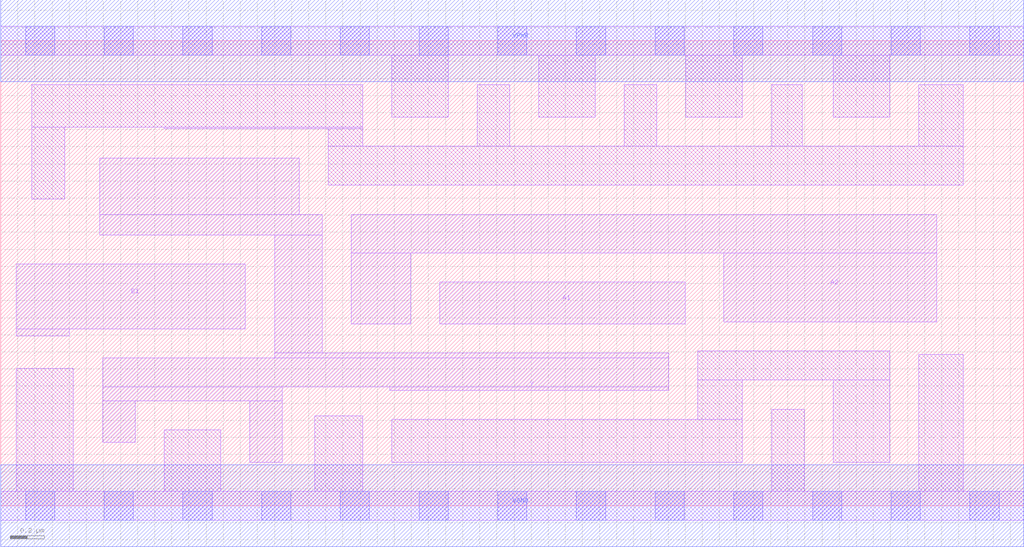
<source format=lef>
# Copyright 2020 The SkyWater PDK Authors
#
# Licensed under the Apache License, Version 2.0 (the "License");
# you may not use this file except in compliance with the License.
# You may obtain a copy of the License at
#
#     https://www.apache.org/licenses/LICENSE-2.0
#
# Unless required by applicable law or agreed to in writing, software
# distributed under the License is distributed on an "AS IS" BASIS,
# WITHOUT WARRANTIES OR CONDITIONS OF ANY KIND, either express or implied.
# See the License for the specific language governing permissions and
# limitations under the License.
#
# SPDX-License-Identifier: Apache-2.0

VERSION 5.7 ;
  NAMESCASESENSITIVE ON ;
  NOWIREEXTENSIONATPIN ON ;
  DIVIDERCHAR "/" ;
  BUSBITCHARS "[]" ;
UNITS
  DATABASE MICRONS 200 ;
END UNITS
MACRO sky130_fd_sc_hd__a21oi_4
  CLASS CORE ;
  FOREIGN sky130_fd_sc_hd__a21oi_4 ;
  ORIGIN  0.000000  0.000000 ;
  SIZE  5.980000 BY  2.720000 ;
  SYMMETRY X Y R90 ;
  SITE unithd ;
  PIN A1
    ANTENNAGATEAREA  0.990000 ;
    DIRECTION INPUT ;
    USE SIGNAL ;
    PORT
      LAYER li1 ;
        RECT 2.565000 1.065000 4.000000 1.310000 ;
    END
  END A1
  PIN A2
    ANTENNAGATEAREA  0.990000 ;
    DIRECTION INPUT ;
    USE SIGNAL ;
    PORT
      LAYER li1 ;
        RECT 2.050000 1.065000 2.395000 1.480000 ;
        RECT 2.050000 1.480000 5.470000 1.705000 ;
        RECT 4.225000 1.075000 5.470000 1.480000 ;
    END
  END A2
  PIN B1
    ANTENNAGATEAREA  0.990000 ;
    DIRECTION INPUT ;
    USE SIGNAL ;
    PORT
      LAYER li1 ;
        RECT 0.090000 0.995000 0.400000 1.035000 ;
        RECT 0.090000 1.035000 1.430000 1.415000 ;
    END
  END B1
  PIN Y
    ANTENNADIFFAREA  1.288000 ;
    DIRECTION OUTPUT ;
    USE SIGNAL ;
    PORT
      LAYER li1 ;
        RECT 0.580000 1.585000 1.880000 1.705000 ;
        RECT 0.580000 1.705000 1.745000 2.035000 ;
        RECT 0.595000 0.370000 0.785000 0.615000 ;
        RECT 0.595000 0.615000 1.645000 0.695000 ;
        RECT 0.595000 0.695000 3.905000 0.865000 ;
        RECT 1.455000 0.255000 1.645000 0.615000 ;
        RECT 1.600000 0.865000 3.905000 0.895000 ;
        RECT 1.600000 0.895000 1.880000 1.585000 ;
        RECT 2.275000 0.675000 3.905000 0.695000 ;
    END
  END Y
  PIN VGND
    DIRECTION INOUT ;
    SHAPE ABUTMENT ;
    USE GROUND ;
    PORT
      LAYER met1 ;
        RECT 0.000000 -0.240000 5.980000 0.240000 ;
    END
  END VGND
  PIN VPWR
    DIRECTION INOUT ;
    SHAPE ABUTMENT ;
    USE POWER ;
    PORT
      LAYER met1 ;
        RECT 0.000000 2.480000 5.980000 2.960000 ;
    END
  END VPWR
  OBS
    LAYER li1 ;
      RECT 0.000000 -0.085000 5.980000 0.085000 ;
      RECT 0.000000  2.635000 5.980000 2.805000 ;
      RECT 0.090000  0.085000 0.425000 0.805000 ;
      RECT 0.180000  1.795000 0.375000 2.215000 ;
      RECT 0.180000  2.215000 2.115000 2.465000 ;
      RECT 0.955000  0.085000 1.285000 0.445000 ;
      RECT 0.955000  2.205000 2.115000 2.215000 ;
      RECT 1.835000  0.085000 2.115000 0.525000 ;
      RECT 1.915000  1.875000 5.625000 2.105000 ;
      RECT 1.915000  2.105000 2.115000 2.205000 ;
      RECT 2.285000  0.255000 4.335000 0.505000 ;
      RECT 2.285000  2.275000 2.615000 2.635000 ;
      RECT 2.785000  2.105000 2.975000 2.465000 ;
      RECT 3.145000  2.275000 3.475000 2.635000 ;
      RECT 3.645000  2.105000 3.835000 2.465000 ;
      RECT 4.005000  2.275000 4.335000 2.635000 ;
      RECT 4.075000  0.505000 4.335000 0.735000 ;
      RECT 4.075000  0.735000 5.195000 0.905000 ;
      RECT 4.505000  0.085000 4.695000 0.565000 ;
      RECT 4.505000  2.105000 4.685000 2.465000 ;
      RECT 4.865000  0.255000 5.195000 0.735000 ;
      RECT 4.865000  2.275000 5.195000 2.635000 ;
      RECT 5.365000  0.085000 5.625000 0.885000 ;
      RECT 5.365000  2.105000 5.625000 2.465000 ;
    LAYER mcon ;
      RECT 0.145000 -0.085000 0.315000 0.085000 ;
      RECT 0.145000  2.635000 0.315000 2.805000 ;
      RECT 0.605000 -0.085000 0.775000 0.085000 ;
      RECT 0.605000  2.635000 0.775000 2.805000 ;
      RECT 1.065000 -0.085000 1.235000 0.085000 ;
      RECT 1.065000  2.635000 1.235000 2.805000 ;
      RECT 1.525000 -0.085000 1.695000 0.085000 ;
      RECT 1.525000  2.635000 1.695000 2.805000 ;
      RECT 1.985000 -0.085000 2.155000 0.085000 ;
      RECT 1.985000  2.635000 2.155000 2.805000 ;
      RECT 2.445000 -0.085000 2.615000 0.085000 ;
      RECT 2.445000  2.635000 2.615000 2.805000 ;
      RECT 2.905000 -0.085000 3.075000 0.085000 ;
      RECT 2.905000  2.635000 3.075000 2.805000 ;
      RECT 3.365000 -0.085000 3.535000 0.085000 ;
      RECT 3.365000  2.635000 3.535000 2.805000 ;
      RECT 3.825000 -0.085000 3.995000 0.085000 ;
      RECT 3.825000  2.635000 3.995000 2.805000 ;
      RECT 4.285000 -0.085000 4.455000 0.085000 ;
      RECT 4.285000  2.635000 4.455000 2.805000 ;
      RECT 4.745000 -0.085000 4.915000 0.085000 ;
      RECT 4.745000  2.635000 4.915000 2.805000 ;
      RECT 5.205000 -0.085000 5.375000 0.085000 ;
      RECT 5.205000  2.635000 5.375000 2.805000 ;
      RECT 5.665000 -0.085000 5.835000 0.085000 ;
      RECT 5.665000  2.635000 5.835000 2.805000 ;
  END
END sky130_fd_sc_hd__a21oi_4
END LIBRARY

</source>
